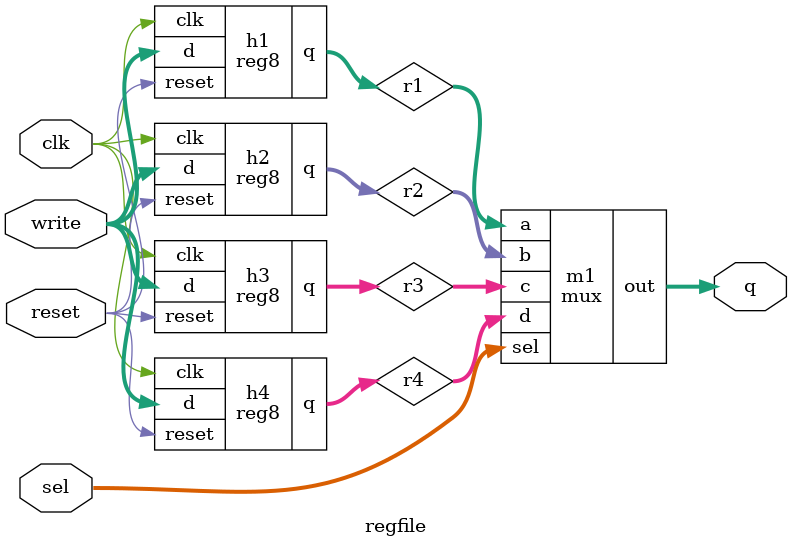
<source format=v>
module mux(input [7:0]a,b,c,d,input [1:0]sel,output [7:0]out);
assign out=sel[1]?(sel[0]?d:c):(sel[0]?b:a);
endmodule

module reg8(input [7:0]d,input reset,clk,output reg [7:0]q);
always@(posedge reset or posedge clk)
begin
if(reset)
q<=8'b00000000;
else
q<=d;
end
endmodule

module regfile(input [7:0]write,input [1:0]sel,input reset,clk,output [7:0]q);
wire [7:0]r1,r2,r3,r4;
wire c1,c2,c3,c4; 
assign c1=(~sel[0]&~sel[1]&clk); 
assign c2=(~sel[1]&sel[0]&clk); 
assign c3=(sel[1]&~sel[0]&clk); 
assign c4=(sel[1]&sel[0]&clk); 
reg8 h1(write,reset,clk,r1);
reg8 h2(write,reset,clk,r2);
reg8 h3(write,reset,clk,r3);
reg8 h4(write,reset,clk,r4);
mux m1(r1,r2,r3,r4,sel,q);
endmodule

</source>
